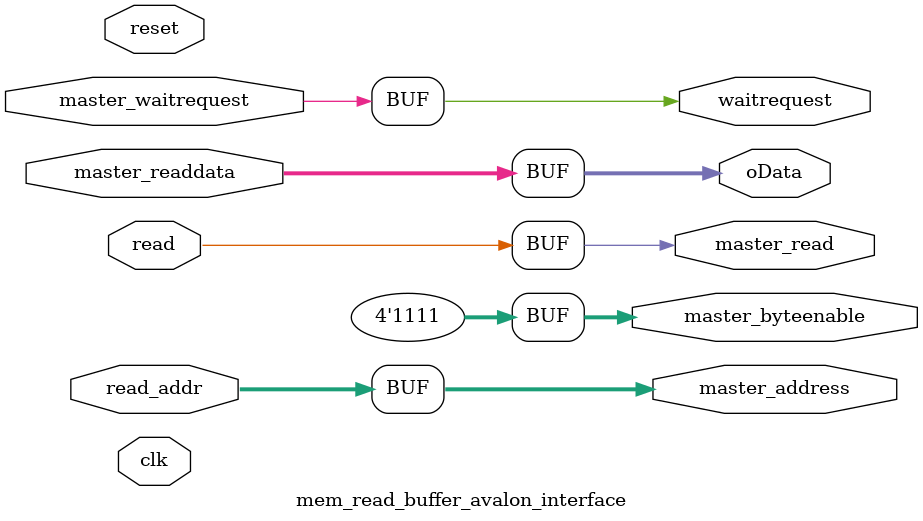
<source format=v>

module mem_read_buffer_avalon_interface
(
	input					clk,
	input					reset,
	
	// Control inputs and outputs
	input		[19:0]	read_addr,
	input					read,
	output	[31:0]	oData,
	output				waitrequest,
	
	// Avalon-MM master signals
	output	[19:0]	master_address,
	output				master_read,
	output	[3:0] 	master_byteenable,
	input		[31:0] 	master_readdata,
	input					master_waitrequest
);

	parameter DATAWIDTH = 32;
	parameter BYTEENABLEWIDTH = 4;
	parameter ADDRESSWIDTH = 30;
//	parameter FIFODEPTH = 32;
//	parameter FIFODEPTH_LOG2 = 5;
//	parameter FIFOUSEMEMORY = 1;  // set to 0 to use LEs instead

	// master address logic 
	assign	master_address = read_addr;
	assign	master_byteenable = 4'b1111;
	assign	master_read = read;
	
	assign	waitrequest = master_waitrequest;
	assign	oData	=	master_readdata;
	
endmodule


</source>
